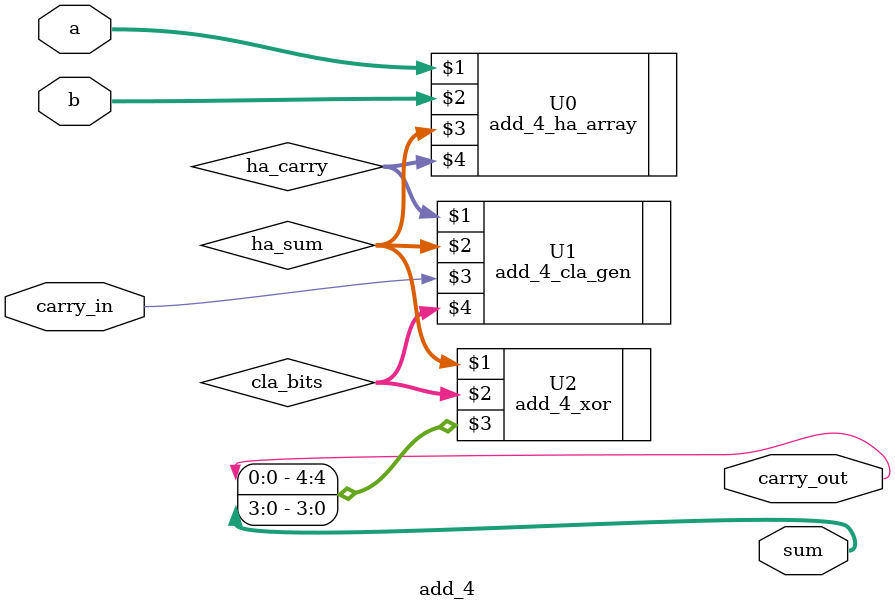
<source format=v>
`timescale 1ns / 1ps

module add_4(input [3:0] a, input [3:0] b, input carry_in, output [3:0] sum, output carry_out);
    wire [3:0] ha_sum;
    wire [3:0] ha_carry;
    wire [4:0] cla_bits;
    
    add_4_ha_array U0(a, b, ha_sum, ha_carry);
    
    add_4_cla_gen U1(ha_carry, ha_sum, carry_in, cla_bits);
    
    add_4_xor U2(ha_sum, cla_bits, {carry_out, sum});
endmodule
</source>
